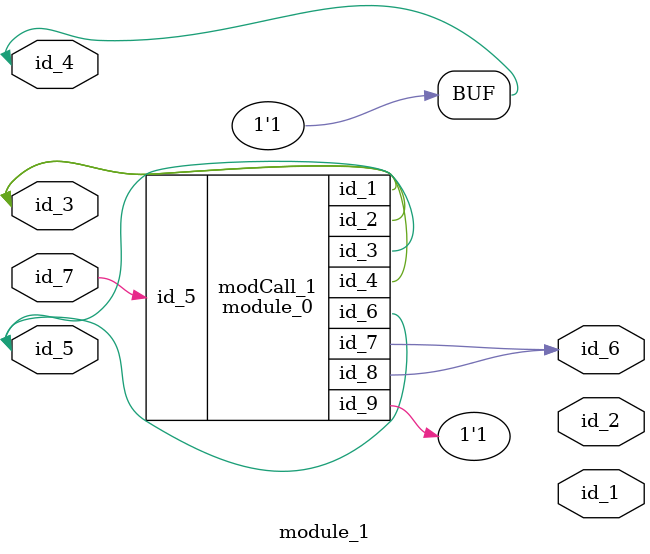
<source format=v>
module module_0 (
    id_1,
    id_2,
    id_3,
    id_4,
    id_5,
    id_6,
    id_7,
    id_8,
    id_9
);
  output wire id_9;
  output wire id_8;
  output wire id_7;
  output wire id_6;
  input wire id_5;
  inout wire id_4;
  inout wire id_3;
  inout wire id_2;
  output wire id_1;
  assign id_7 = id_5;
endmodule
module module_1 (
    id_1,
    id_2,
    id_3,
    id_4,
    id_5,
    id_6,
    id_7
);
  input wire id_7;
  output wire id_6;
  inout wire id_5;
  inout wire id_4;
  inout wire id_3;
  output wire id_2;
  output wire id_1;
  wire id_8;
  assign id_4 = 1;
  module_0 modCall_1 (
      id_3,
      id_3,
      id_5,
      id_3,
      id_7,
      id_5,
      id_6,
      id_6,
      id_4
  );
endmodule

</source>
